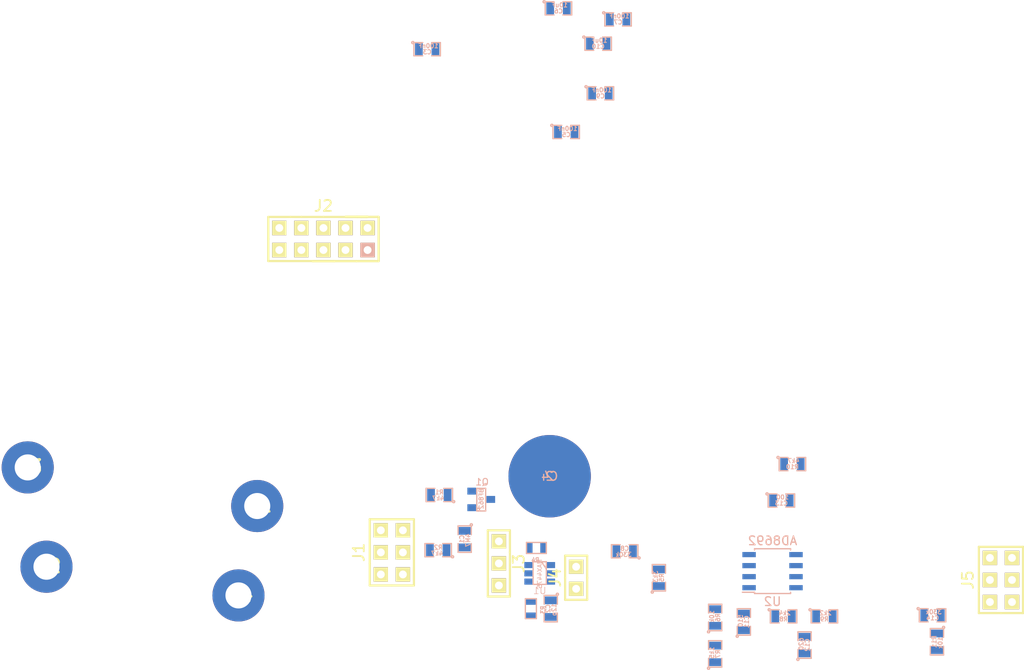
<source format=kicad_pcb>
(kicad_pcb (version 4) (host pcbnew "(2014-08-29 BZR 5106)-product")

  (general
    (links 80)
    (no_connects 80)
    (area 0 0 0 0)
    (thickness 1.6)
    (drawings 0)
    (tracks 0)
    (zones 0)
    (modules 37)
    (nets 19)
  )

  (page A4)
  (layers
    (0 F.Cu signal)
    (31 B.Cu signal)
    (32 B.Adhes user)
    (33 F.Adhes user)
    (34 B.Paste user)
    (35 F.Paste user)
    (36 B.SilkS user)
    (37 F.SilkS user)
    (38 B.Mask user)
    (39 F.Mask user)
    (40 Dwgs.User user)
    (41 Cmts.User user)
    (42 Eco1.User user)
    (43 Eco2.User user)
    (44 Edge.Cuts user)
    (45 Margin user)
    (46 B.CrtYd user)
    (47 F.CrtYd user)
    (48 B.Fab user)
    (49 F.Fab user)
  )

  (setup
    (last_trace_width 0.5)
    (user_trace_width 0.3)
    (user_trace_width 0.4)
    (user_trace_width 0.5)
    (trace_clearance 0.254)
    (zone_clearance 0.508)
    (zone_45_only no)
    (trace_min 0.254)
    (segment_width 0.2)
    (edge_width 0.1)
    (via_size 0.889)
    (via_drill 0.635)
    (via_min_size 0.889)
    (via_min_drill 0.508)
    (uvia_size 0.508)
    (uvia_drill 0.127)
    (uvias_allowed no)
    (uvia_min_size 0.508)
    (uvia_min_drill 0.127)
    (pcb_text_width 0.3)
    (pcb_text_size 1.5 1.5)
    (mod_edge_width 0.15)
    (mod_text_size 1 1)
    (mod_text_width 0.15)
    (pad_size 1.5 1.5)
    (pad_drill 0.6)
    (pad_to_mask_clearance 0)
    (aux_axis_origin 0 0)
    (visible_elements 7FFFFF7F)
    (pcbplotparams
      (layerselection 0x00030_80000001)
      (usegerberextensions false)
      (excludeedgelayer true)
      (linewidth 0.100000)
      (plotframeref false)
      (viasonmask false)
      (mode 1)
      (useauxorigin false)
      (hpglpennumber 1)
      (hpglpenspeed 20)
      (hpglpendiameter 15)
      (hpglpenoverlay 2)
      (psnegative false)
      (psa4output false)
      (plotreference true)
      (plotvalue true)
      (plotinvisibletext false)
      (padsonsilk false)
      (subtractmaskfromsilk false)
      (outputformat 1)
      (mirror false)
      (drillshape 1)
      (scaleselection 1)
      (outputdirectory ""))
  )

  (net 0 "")
  (net 1 "Net-(C1-Pad1)")
  (net 2 "Net-(C1-Pad2)")
  (net 3 "Net-(C2-Pad1)")
  (net 4 GND)
  (net 5 V+)
  (net 6 "Net-(C4-Pad1)")
  (net 7 "Net-(C4-Pad2)")
  (net 8 V-)
  (net 9 "Net-(C8-Pad1)")
  (net 10 "Net-(C11-Pad1)")
  (net 11 "Net-(C11-Pad2)")
  (net 12 "Net-(C12-Pad2)")
  (net 13 "Net-(C13-Pad1)")
  (net 14 "Net-(C13-Pad2)")
  (net 15 "Net-(C14-Pad2)")
  (net 16 "Net-(J3-Pad2)")
  (net 17 /#SHDN)
  (net 18 /+Ubias)

  (net_class Default "Toto je výchozí třída sítě."
    (clearance 0.254)
    (trace_width 0.254)
    (via_dia 0.889)
    (via_drill 0.635)
    (uvia_dia 0.508)
    (uvia_drill 0.127)
    (add_net /#SHDN)
    (add_net /+Ubias)
    (add_net GND)
    (add_net "Net-(C1-Pad1)")
    (add_net "Net-(C1-Pad2)")
    (add_net "Net-(C11-Pad1)")
    (add_net "Net-(C11-Pad2)")
    (add_net "Net-(C12-Pad2)")
    (add_net "Net-(C13-Pad1)")
    (add_net "Net-(C13-Pad2)")
    (add_net "Net-(C14-Pad2)")
    (add_net "Net-(C2-Pad1)")
    (add_net "Net-(C4-Pad1)")
    (add_net "Net-(C4-Pad2)")
    (add_net "Net-(C8-Pad1)")
    (add_net "Net-(J3-Pad2)")
    (add_net V+)
    (add_net V-)
  )

  (module MLAB_R:SMD-0805 (layer B.Cu) (tedit 54799E0C) (tstamp 5482DF81)
    (at 121.666 116.332 270)
    (path /5476354E)
    (attr smd)
    (fp_text reference C1 (at 0 0.3175 270) (layer B.SilkS)
      (effects (font (size 0.50038 0.50038) (thickness 0.10922)) (justify mirror))
    )
    (fp_text value 4M7 (at 0.127 -0.381 270) (layer B.SilkS)
      (effects (font (size 0.50038 0.50038) (thickness 0.10922)) (justify mirror))
    )
    (fp_circle (center -1.651 -0.762) (end -1.651 -0.635) (layer B.SilkS) (width 0.15))
    (fp_line (start -0.508 -0.762) (end -1.524 -0.762) (layer B.SilkS) (width 0.15))
    (fp_line (start -1.524 -0.762) (end -1.524 0.762) (layer B.SilkS) (width 0.15))
    (fp_line (start -1.524 0.762) (end -0.508 0.762) (layer B.SilkS) (width 0.15))
    (fp_line (start 0.508 0.762) (end 1.524 0.762) (layer B.SilkS) (width 0.15))
    (fp_line (start 1.524 0.762) (end 1.524 -0.762) (layer B.SilkS) (width 0.15))
    (fp_line (start 1.524 -0.762) (end 0.508 -0.762) (layer B.SilkS) (width 0.15))
    (pad 1 smd rect (at -0.9525 0 270) (size 0.889 1.397) (layers B.Cu B.Paste B.Mask)
      (net 1 "Net-(C1-Pad1)"))
    (pad 2 smd rect (at 0.9525 0 270) (size 0.889 1.397) (layers B.Cu B.Paste B.Mask)
      (net 2 "Net-(C1-Pad2)"))
    (model MLAB_3D/Resistors/chip_cms.wrl
      (at (xyz 0 0 0))
      (scale (xyz 0.1 0.1 0.1))
      (rotate (xyz 0 0 0))
    )
  )

  (module MLAB_R:SMD-0805 (layer B.Cu) (tedit 54799E0C) (tstamp 5482DF87)
    (at 131.572 124.333 270)
    (path /5476470D)
    (attr smd)
    (fp_text reference C2 (at 0 0.3175 270) (layer B.SilkS)
      (effects (font (size 0.50038 0.50038) (thickness 0.10922)) (justify mirror))
    )
    (fp_text value 12p (at 0.127 -0.381 270) (layer B.SilkS)
      (effects (font (size 0.50038 0.50038) (thickness 0.10922)) (justify mirror))
    )
    (fp_circle (center -1.651 -0.762) (end -1.651 -0.635) (layer B.SilkS) (width 0.15))
    (fp_line (start -0.508 -0.762) (end -1.524 -0.762) (layer B.SilkS) (width 0.15))
    (fp_line (start -1.524 -0.762) (end -1.524 0.762) (layer B.SilkS) (width 0.15))
    (fp_line (start -1.524 0.762) (end -0.508 0.762) (layer B.SilkS) (width 0.15))
    (fp_line (start 0.508 0.762) (end 1.524 0.762) (layer B.SilkS) (width 0.15))
    (fp_line (start 1.524 0.762) (end 1.524 -0.762) (layer B.SilkS) (width 0.15))
    (fp_line (start 1.524 -0.762) (end 0.508 -0.762) (layer B.SilkS) (width 0.15))
    (pad 1 smd rect (at -0.9525 0 270) (size 0.889 1.397) (layers B.Cu B.Paste B.Mask)
      (net 3 "Net-(C2-Pad1)"))
    (pad 2 smd rect (at 0.9525 0 270) (size 0.889 1.397) (layers B.Cu B.Paste B.Mask)
      (net 4 GND))
    (model MLAB_3D/Resistors/chip_cms.wrl
      (at (xyz 0 0 0))
      (scale (xyz 0.1 0.1 0.1))
      (rotate (xyz 0 0 0))
    )
  )

  (module MLAB_R:SMD-0805 (layer B.Cu) (tedit 54799E0C) (tstamp 5482DF8D)
    (at 117.348 59.944)
    (path /5483B92F)
    (attr smd)
    (fp_text reference C3 (at 0 0.3175) (layer B.SilkS)
      (effects (font (size 0.50038 0.50038) (thickness 0.10922)) (justify mirror))
    )
    (fp_text value 100nF (at 0.127 -0.381) (layer B.SilkS)
      (effects (font (size 0.50038 0.50038) (thickness 0.10922)) (justify mirror))
    )
    (fp_circle (center -1.651 -0.762) (end -1.651 -0.635) (layer B.SilkS) (width 0.15))
    (fp_line (start -0.508 -0.762) (end -1.524 -0.762) (layer B.SilkS) (width 0.15))
    (fp_line (start -1.524 -0.762) (end -1.524 0.762) (layer B.SilkS) (width 0.15))
    (fp_line (start -1.524 0.762) (end -0.508 0.762) (layer B.SilkS) (width 0.15))
    (fp_line (start 0.508 0.762) (end 1.524 0.762) (layer B.SilkS) (width 0.15))
    (fp_line (start 1.524 0.762) (end 1.524 -0.762) (layer B.SilkS) (width 0.15))
    (fp_line (start 1.524 -0.762) (end 0.508 -0.762) (layer B.SilkS) (width 0.15))
    (pad 1 smd rect (at -0.9525 0) (size 0.889 1.397) (layers B.Cu B.Paste B.Mask)
      (net 5 V+))
    (pad 2 smd rect (at 0.9525 0) (size 0.889 1.397) (layers B.Cu B.Paste B.Mask)
      (net 4 GND))
    (model MLAB_3D/Resistors/chip_cms.wrl
      (at (xyz 0 0 0))
      (scale (xyz 0.1 0.1 0.1))
      (rotate (xyz 0 0 0))
    )
  )

  (module MLAB_R:SMD-0805 (layer B.Cu) (tedit 54799E0C) (tstamp 5482DF99)
    (at 133.35 69.469)
    (path /5483BA04)
    (attr smd)
    (fp_text reference C5 (at 0 0.3175) (layer B.SilkS)
      (effects (font (size 0.50038 0.50038) (thickness 0.10922)) (justify mirror))
    )
    (fp_text value 100nF (at 0.127 -0.381) (layer B.SilkS)
      (effects (font (size 0.50038 0.50038) (thickness 0.10922)) (justify mirror))
    )
    (fp_circle (center -1.651 -0.762) (end -1.651 -0.635) (layer B.SilkS) (width 0.15))
    (fp_line (start -0.508 -0.762) (end -1.524 -0.762) (layer B.SilkS) (width 0.15))
    (fp_line (start -1.524 -0.762) (end -1.524 0.762) (layer B.SilkS) (width 0.15))
    (fp_line (start -1.524 0.762) (end -0.508 0.762) (layer B.SilkS) (width 0.15))
    (fp_line (start 0.508 0.762) (end 1.524 0.762) (layer B.SilkS) (width 0.15))
    (fp_line (start 1.524 0.762) (end 1.524 -0.762) (layer B.SilkS) (width 0.15))
    (fp_line (start 1.524 -0.762) (end 0.508 -0.762) (layer B.SilkS) (width 0.15))
    (pad 1 smd rect (at -0.9525 0) (size 0.889 1.397) (layers B.Cu B.Paste B.Mask)
      (net 5 V+))
    (pad 2 smd rect (at 0.9525 0) (size 0.889 1.397) (layers B.Cu B.Paste B.Mask)
      (net 4 GND))
    (model MLAB_3D/Resistors/chip_cms.wrl
      (at (xyz 0 0 0))
      (scale (xyz 0.1 0.1 0.1))
      (rotate (xyz 0 0 0))
    )
  )

  (module MLAB_R:SMD-0805 (layer B.Cu) (tedit 54799E0C) (tstamp 5482DF9F)
    (at 132.461 55.245)
    (path /5483BE15)
    (attr smd)
    (fp_text reference C6 (at 0 0.3175) (layer B.SilkS)
      (effects (font (size 0.50038 0.50038) (thickness 0.10922)) (justify mirror))
    )
    (fp_text value 10uF (at 0.127 -0.381) (layer B.SilkS)
      (effects (font (size 0.50038 0.50038) (thickness 0.10922)) (justify mirror))
    )
    (fp_circle (center -1.651 -0.762) (end -1.651 -0.635) (layer B.SilkS) (width 0.15))
    (fp_line (start -0.508 -0.762) (end -1.524 -0.762) (layer B.SilkS) (width 0.15))
    (fp_line (start -1.524 -0.762) (end -1.524 0.762) (layer B.SilkS) (width 0.15))
    (fp_line (start -1.524 0.762) (end -0.508 0.762) (layer B.SilkS) (width 0.15))
    (fp_line (start 0.508 0.762) (end 1.524 0.762) (layer B.SilkS) (width 0.15))
    (fp_line (start 1.524 0.762) (end 1.524 -0.762) (layer B.SilkS) (width 0.15))
    (fp_line (start 1.524 -0.762) (end 0.508 -0.762) (layer B.SilkS) (width 0.15))
    (pad 1 smd rect (at -0.9525 0) (size 0.889 1.397) (layers B.Cu B.Paste B.Mask)
      (net 5 V+))
    (pad 2 smd rect (at 0.9525 0) (size 0.889 1.397) (layers B.Cu B.Paste B.Mask)
      (net 4 GND))
    (model MLAB_3D/Resistors/chip_cms.wrl
      (at (xyz 0 0 0))
      (scale (xyz 0.1 0.1 0.1))
      (rotate (xyz 0 0 0))
    )
  )

  (module MLAB_R:SMD-0805 (layer B.Cu) (tedit 54799E0C) (tstamp 5482DFA5)
    (at 139.319 56.515)
    (path /5483BC77)
    (attr smd)
    (fp_text reference C7 (at 0 0.3175) (layer B.SilkS)
      (effects (font (size 0.50038 0.50038) (thickness 0.10922)) (justify mirror))
    )
    (fp_text value 100nF (at 0.127 -0.381) (layer B.SilkS)
      (effects (font (size 0.50038 0.50038) (thickness 0.10922)) (justify mirror))
    )
    (fp_circle (center -1.651 -0.762) (end -1.651 -0.635) (layer B.SilkS) (width 0.15))
    (fp_line (start -0.508 -0.762) (end -1.524 -0.762) (layer B.SilkS) (width 0.15))
    (fp_line (start -1.524 -0.762) (end -1.524 0.762) (layer B.SilkS) (width 0.15))
    (fp_line (start -1.524 0.762) (end -0.508 0.762) (layer B.SilkS) (width 0.15))
    (fp_line (start 0.508 0.762) (end 1.524 0.762) (layer B.SilkS) (width 0.15))
    (fp_line (start 1.524 0.762) (end 1.524 -0.762) (layer B.SilkS) (width 0.15))
    (fp_line (start 1.524 -0.762) (end 0.508 -0.762) (layer B.SilkS) (width 0.15))
    (pad 1 smd rect (at -0.9525 0) (size 0.889 1.397) (layers B.Cu B.Paste B.Mask)
      (net 8 V-))
    (pad 2 smd rect (at 0.9525 0) (size 0.889 1.397) (layers B.Cu B.Paste B.Mask)
      (net 4 GND))
    (model MLAB_3D/Resistors/chip_cms.wrl
      (at (xyz 0 0 0))
      (scale (xyz 0.1 0.1 0.1))
      (rotate (xyz 0 0 0))
    )
  )

  (module MLAB_R:SMD-0805 (layer B.Cu) (tedit 54799E0C) (tstamp 5482DFAB)
    (at 140.081 117.729 180)
    (path /54763980)
    (attr smd)
    (fp_text reference C8 (at 0 0.3175 180) (layer B.SilkS)
      (effects (font (size 0.50038 0.50038) (thickness 0.10922)) (justify mirror))
    )
    (fp_text value 330k (at 0.127 -0.381 180) (layer B.SilkS)
      (effects (font (size 0.50038 0.50038) (thickness 0.10922)) (justify mirror))
    )
    (fp_circle (center -1.651 -0.762) (end -1.651 -0.635) (layer B.SilkS) (width 0.15))
    (fp_line (start -0.508 -0.762) (end -1.524 -0.762) (layer B.SilkS) (width 0.15))
    (fp_line (start -1.524 -0.762) (end -1.524 0.762) (layer B.SilkS) (width 0.15))
    (fp_line (start -1.524 0.762) (end -0.508 0.762) (layer B.SilkS) (width 0.15))
    (fp_line (start 0.508 0.762) (end 1.524 0.762) (layer B.SilkS) (width 0.15))
    (fp_line (start 1.524 0.762) (end 1.524 -0.762) (layer B.SilkS) (width 0.15))
    (fp_line (start 1.524 -0.762) (end 0.508 -0.762) (layer B.SilkS) (width 0.15))
    (pad 1 smd rect (at -0.9525 0 180) (size 0.889 1.397) (layers B.Cu B.Paste B.Mask)
      (net 9 "Net-(C8-Pad1)"))
    (pad 2 smd rect (at 0.9525 0 180) (size 0.889 1.397) (layers B.Cu B.Paste B.Mask)
      (net 6 "Net-(C4-Pad1)"))
    (model MLAB_3D/Resistors/chip_cms.wrl
      (at (xyz 0 0 0))
      (scale (xyz 0.1 0.1 0.1))
      (rotate (xyz 0 0 0))
    )
  )

  (module MLAB_R:SMD-0805 (layer B.Cu) (tedit 54799E0C) (tstamp 5482DFB1)
    (at 137.287 65.024)
    (path /5483BCB5)
    (attr smd)
    (fp_text reference C9 (at 0 0.3175) (layer B.SilkS)
      (effects (font (size 0.50038 0.50038) (thickness 0.10922)) (justify mirror))
    )
    (fp_text value 100nF (at 0.127 -0.381) (layer B.SilkS)
      (effects (font (size 0.50038 0.50038) (thickness 0.10922)) (justify mirror))
    )
    (fp_circle (center -1.651 -0.762) (end -1.651 -0.635) (layer B.SilkS) (width 0.15))
    (fp_line (start -0.508 -0.762) (end -1.524 -0.762) (layer B.SilkS) (width 0.15))
    (fp_line (start -1.524 -0.762) (end -1.524 0.762) (layer B.SilkS) (width 0.15))
    (fp_line (start -1.524 0.762) (end -0.508 0.762) (layer B.SilkS) (width 0.15))
    (fp_line (start 0.508 0.762) (end 1.524 0.762) (layer B.SilkS) (width 0.15))
    (fp_line (start 1.524 0.762) (end 1.524 -0.762) (layer B.SilkS) (width 0.15))
    (fp_line (start 1.524 -0.762) (end 0.508 -0.762) (layer B.SilkS) (width 0.15))
    (pad 1 smd rect (at -0.9525 0) (size 0.889 1.397) (layers B.Cu B.Paste B.Mask)
      (net 8 V-))
    (pad 2 smd rect (at 0.9525 0) (size 0.889 1.397) (layers B.Cu B.Paste B.Mask)
      (net 4 GND))
    (model MLAB_3D/Resistors/chip_cms.wrl
      (at (xyz 0 0 0))
      (scale (xyz 0.1 0.1 0.1))
      (rotate (xyz 0 0 0))
    )
  )

  (module MLAB_R:SMD-0805 (layer B.Cu) (tedit 54799E0C) (tstamp 5482DFB7)
    (at 137.033 59.309)
    (path /5483BCD5)
    (attr smd)
    (fp_text reference C10 (at 0 0.3175) (layer B.SilkS)
      (effects (font (size 0.50038 0.50038) (thickness 0.10922)) (justify mirror))
    )
    (fp_text value 10uF (at 0.127 -0.381) (layer B.SilkS)
      (effects (font (size 0.50038 0.50038) (thickness 0.10922)) (justify mirror))
    )
    (fp_circle (center -1.651 -0.762) (end -1.651 -0.635) (layer B.SilkS) (width 0.15))
    (fp_line (start -0.508 -0.762) (end -1.524 -0.762) (layer B.SilkS) (width 0.15))
    (fp_line (start -1.524 -0.762) (end -1.524 0.762) (layer B.SilkS) (width 0.15))
    (fp_line (start -1.524 0.762) (end -0.508 0.762) (layer B.SilkS) (width 0.15))
    (fp_line (start 0.508 0.762) (end 1.524 0.762) (layer B.SilkS) (width 0.15))
    (fp_line (start 1.524 0.762) (end 1.524 -0.762) (layer B.SilkS) (width 0.15))
    (fp_line (start 1.524 -0.762) (end 0.508 -0.762) (layer B.SilkS) (width 0.15))
    (pad 1 smd rect (at -0.9525 0) (size 0.889 1.397) (layers B.Cu B.Paste B.Mask)
      (net 8 V-))
    (pad 2 smd rect (at 0.9525 0) (size 0.889 1.397) (layers B.Cu B.Paste B.Mask)
      (net 4 GND))
    (model MLAB_3D/Resistors/chip_cms.wrl
      (at (xyz 0 0 0))
      (scale (xyz 0.1 0.1 0.1))
      (rotate (xyz 0 0 0))
    )
  )

  (module MLAB_R:SMD-0805 (layer B.Cu) (tedit 54799E0C) (tstamp 5482E188)
    (at 153.797 125.857 90)
    (path /54763B36)
    (attr smd)
    (fp_text reference C11 (at 0 0.3175 90) (layer B.SilkS)
      (effects (font (size 0.50038 0.50038) (thickness 0.10922)) (justify mirror))
    )
    (fp_text value 510 (at 0.127 -0.381 90) (layer B.SilkS)
      (effects (font (size 0.50038 0.50038) (thickness 0.10922)) (justify mirror))
    )
    (fp_circle (center -1.651 -0.762) (end -1.651 -0.635) (layer B.SilkS) (width 0.15))
    (fp_line (start -0.508 -0.762) (end -1.524 -0.762) (layer B.SilkS) (width 0.15))
    (fp_line (start -1.524 -0.762) (end -1.524 0.762) (layer B.SilkS) (width 0.15))
    (fp_line (start -1.524 0.762) (end -0.508 0.762) (layer B.SilkS) (width 0.15))
    (fp_line (start 0.508 0.762) (end 1.524 0.762) (layer B.SilkS) (width 0.15))
    (fp_line (start 1.524 0.762) (end 1.524 -0.762) (layer B.SilkS) (width 0.15))
    (fp_line (start 1.524 -0.762) (end 0.508 -0.762) (layer B.SilkS) (width 0.15))
    (pad 1 smd rect (at -0.9525 0 90) (size 0.889 1.397) (layers B.Cu B.Paste B.Mask)
      (net 10 "Net-(C11-Pad1)"))
    (pad 2 smd rect (at 0.9525 0 90) (size 0.889 1.397) (layers B.Cu B.Paste B.Mask)
      (net 11 "Net-(C11-Pad2)"))
    (model MLAB_3D/Resistors/chip_cms.wrl
      (at (xyz 0 0 0))
      (scale (xyz 0.1 0.1 0.1))
      (rotate (xyz 0 0 0))
    )
  )

  (module MLAB_R:SMD-0805 (layer B.Cu) (tedit 54799E0C) (tstamp 5482DFC3)
    (at 160.782 128.524 90)
    (path /54763D3A)
    (attr smd)
    (fp_text reference C12 (at 0 0.3175 90) (layer B.SilkS)
      (effects (font (size 0.50038 0.50038) (thickness 0.10922)) (justify mirror))
    )
    (fp_text value 620 (at 0.127 -0.381 90) (layer B.SilkS)
      (effects (font (size 0.50038 0.50038) (thickness 0.10922)) (justify mirror))
    )
    (fp_circle (center -1.651 -0.762) (end -1.651 -0.635) (layer B.SilkS) (width 0.15))
    (fp_line (start -0.508 -0.762) (end -1.524 -0.762) (layer B.SilkS) (width 0.15))
    (fp_line (start -1.524 -0.762) (end -1.524 0.762) (layer B.SilkS) (width 0.15))
    (fp_line (start -1.524 0.762) (end -0.508 0.762) (layer B.SilkS) (width 0.15))
    (fp_line (start 0.508 0.762) (end 1.524 0.762) (layer B.SilkS) (width 0.15))
    (fp_line (start 1.524 0.762) (end 1.524 -0.762) (layer B.SilkS) (width 0.15))
    (fp_line (start 1.524 -0.762) (end 0.508 -0.762) (layer B.SilkS) (width 0.15))
    (pad 1 smd rect (at -0.9525 0 90) (size 0.889 1.397) (layers B.Cu B.Paste B.Mask)
      (net 4 GND))
    (pad 2 smd rect (at 0.9525 0 90) (size 0.889 1.397) (layers B.Cu B.Paste B.Mask)
      (net 12 "Net-(C12-Pad2)"))
    (model MLAB_3D/Resistors/chip_cms.wrl
      (at (xyz 0 0 0))
      (scale (xyz 0.1 0.1 0.1))
      (rotate (xyz 0 0 0))
    )
  )

  (module MLAB_R:SMD-0805 (layer B.Cu) (tedit 54799E0C) (tstamp 5482DFC9)
    (at 158.115 111.887)
    (path /54763DBA)
    (attr smd)
    (fp_text reference C13 (at 0 0.3175) (layer B.SilkS)
      (effects (font (size 0.50038 0.50038) (thickness 0.10922)) (justify mirror))
    )
    (fp_text value 100 (at 0.127 -0.381) (layer B.SilkS)
      (effects (font (size 0.50038 0.50038) (thickness 0.10922)) (justify mirror))
    )
    (fp_circle (center -1.651 -0.762) (end -1.651 -0.635) (layer B.SilkS) (width 0.15))
    (fp_line (start -0.508 -0.762) (end -1.524 -0.762) (layer B.SilkS) (width 0.15))
    (fp_line (start -1.524 -0.762) (end -1.524 0.762) (layer B.SilkS) (width 0.15))
    (fp_line (start -1.524 0.762) (end -0.508 0.762) (layer B.SilkS) (width 0.15))
    (fp_line (start 0.508 0.762) (end 1.524 0.762) (layer B.SilkS) (width 0.15))
    (fp_line (start 1.524 0.762) (end 1.524 -0.762) (layer B.SilkS) (width 0.15))
    (fp_line (start 1.524 -0.762) (end 0.508 -0.762) (layer B.SilkS) (width 0.15))
    (pad 1 smd rect (at -0.9525 0) (size 0.889 1.397) (layers B.Cu B.Paste B.Mask)
      (net 13 "Net-(C13-Pad1)"))
    (pad 2 smd rect (at 0.9525 0) (size 0.889 1.397) (layers B.Cu B.Paste B.Mask)
      (net 14 "Net-(C13-Pad2)"))
    (model MLAB_3D/Resistors/chip_cms.wrl
      (at (xyz 0 0 0))
      (scale (xyz 0.1 0.1 0.1))
      (rotate (xyz 0 0 0))
    )
  )

  (module MLAB_R:SMD-0805 (layer B.Cu) (tedit 54799E0C) (tstamp 5482DFCF)
    (at 175.514 125.095)
    (path /54766490)
    (attr smd)
    (fp_text reference C14 (at 0 0.3175) (layer B.SilkS)
      (effects (font (size 0.50038 0.50038) (thickness 0.10922)) (justify mirror))
    )
    (fp_text value 330k (at 0.127 -0.381) (layer B.SilkS)
      (effects (font (size 0.50038 0.50038) (thickness 0.10922)) (justify mirror))
    )
    (fp_circle (center -1.651 -0.762) (end -1.651 -0.635) (layer B.SilkS) (width 0.15))
    (fp_line (start -0.508 -0.762) (end -1.524 -0.762) (layer B.SilkS) (width 0.15))
    (fp_line (start -1.524 -0.762) (end -1.524 0.762) (layer B.SilkS) (width 0.15))
    (fp_line (start -1.524 0.762) (end -0.508 0.762) (layer B.SilkS) (width 0.15))
    (fp_line (start 0.508 0.762) (end 1.524 0.762) (layer B.SilkS) (width 0.15))
    (fp_line (start 1.524 0.762) (end 1.524 -0.762) (layer B.SilkS) (width 0.15))
    (fp_line (start 1.524 -0.762) (end 0.508 -0.762) (layer B.SilkS) (width 0.15))
    (pad 1 smd rect (at -0.9525 0) (size 0.889 1.397) (layers B.Cu B.Paste B.Mask)
      (net 14 "Net-(C13-Pad2)"))
    (pad 2 smd rect (at 0.9525 0) (size 0.889 1.397) (layers B.Cu B.Paste B.Mask)
      (net 15 "Net-(C14-Pad2)"))
    (model MLAB_3D/Resistors/chip_cms.wrl
      (at (xyz 0 0 0))
      (scale (xyz 0.1 0.1 0.1))
      (rotate (xyz 0 0 0))
    )
  )

  (module Hrebinky:Pin_Header_Straight_2x03 placed (layer F.Cu) (tedit 5482DC61) (tstamp 5482DFD9)
    (at 113.284 117.856 90)
    (descr "1 pin")
    (tags "CONN DEV")
    (path /54839ABB)
    (fp_text reference J1 (at 0 -3.81 90) (layer F.SilkS)
      (effects (font (size 1.27 1.27) (thickness 0.2032)))
    )
    (fp_text value JUMP_3X2 (at 0 0 90) (layer F.SilkS) hide
      (effects (font (size 1.27 1.27) (thickness 0.2032)))
    )
    (fp_line (start -3.81 2.54) (end 3.81 2.54) (layer F.SilkS) (width 0.254))
    (fp_line (start 3.81 2.54) (end 3.81 -2.54) (layer F.SilkS) (width 0.254))
    (fp_line (start 3.81 -2.54) (end -1.27 -2.54) (layer F.SilkS) (width 0.254))
    (fp_line (start -3.81 2.54) (end -3.81 0) (layer F.SilkS) (width 0.254))
    (fp_line (start -3.81 -2.54) (end -3.81 0) (layer F.SilkS) (width 0.254))
    (fp_line (start -1.27 -2.54) (end -3.81 -2.54) (layer F.SilkS) (width 0.254))
    (pad 1 thru_hole rect (at -2.54 1.27 90) (size 1.651 1.651) (drill 0.9) (layers *.Cu *.Mask F.SilkS)
      (net 4 GND))
    (pad 2 thru_hole rect (at 0 1.27 90) (size 1.651 1.651) (drill 0.9) (layers *.Cu *.Mask F.SilkS)
      (net 18 /+Ubias))
    (pad 3 thru_hole rect (at 2.54 1.27 90) (size 1.651 1.651) (drill 0.9) (layers *.Cu *.Mask F.SilkS)
      (net 4 GND))
    (pad 4 thru_hole rect (at 2.54 -1.27 90) (size 1.651 1.651) (drill 0.9) (layers *.Cu *.Mask F.SilkS)
      (net 4 GND))
    (pad 5 thru_hole rect (at 0 -1.27 90) (size 1.651 1.651) (drill 0.9) (layers *.Cu *.Mask F.SilkS)
      (net 18 /+Ubias))
    (pad 6 thru_hole rect (at -2.54 -1.27 90) (size 1.651 1.651) (drill 0.9) (layers *.Cu *.Mask F.SilkS)
      (net 4 GND))
    (model Pin_Headers/Pin_Header_Straight_2x03.wrl
      (at (xyz 0 0 0))
      (scale (xyz 1 1 1))
      (rotate (xyz 0 0 0))
    )
  )

  (module Hrebinky:Pin_Header_Straight_2x05 placed (layer F.Cu) (tedit 53F5A718) (tstamp 5482DFE7)
    (at 105.41 81.788)
    (descr "1 pin")
    (tags "CONN DEV")
    (path /5476EF1F)
    (fp_text reference J2 (at 0 -3.81) (layer F.SilkS)
      (effects (font (size 1.27 1.27) (thickness 0.2032)))
    )
    (fp_text value JUMP_5X2 (at 1.27 0) (layer F.SilkS) hide
      (effects (font (size 1.27 1.27) (thickness 0.2032)))
    )
    (fp_line (start -3.81 -2.54) (end -2.54 -2.54) (layer F.SilkS) (width 0.254))
    (fp_line (start -6.35 -2.54) (end -3.81 -2.54) (layer F.SilkS) (width 0.254))
    (fp_line (start 6.35 2.54) (end 6.35 -2.54) (layer F.SilkS) (width 0.254))
    (fp_line (start 3.81 -2.54) (end 6.35 -2.54) (layer F.SilkS) (width 0.254))
    (fp_line (start 3.81 2.54) (end 6.35 2.54) (layer F.SilkS) (width 0.254))
    (fp_line (start 3.81 2.54) (end 6.35 2.54) (layer F.SilkS) (width 0.254))
    (fp_line (start 3.81 -2.54) (end 6.35 -2.54) (layer F.SilkS) (width 0.254))
    (fp_line (start 6.35 2.54) (end 6.35 -2.54) (layer F.SilkS) (width 0.254))
    (fp_line (start 2.54 -2.54) (end 5.08 -2.54) (layer F.SilkS) (width 0.254))
    (fp_line (start -1.27 2.54) (end 1.27 2.54) (layer F.SilkS) (width 0.254))
    (fp_line (start -1.27 2.54) (end 1.27 2.54) (layer F.SilkS) (width 0.254))
    (fp_line (start 2.54 -2.54) (end 5.08 -2.54) (layer F.SilkS) (width 0.254))
    (fp_line (start 2.54 -2.54) (end 5.08 -2.54) (layer F.SilkS) (width 0.254))
    (fp_line (start 1.27 2.54) (end 3.81 2.54) (layer F.SilkS) (width 0.254))
    (fp_line (start 1.27 2.54) (end 3.81 2.54) (layer F.SilkS) (width 0.254))
    (fp_line (start 2.54 -2.54) (end 5.08 -2.54) (layer F.SilkS) (width 0.254))
    (fp_line (start -6.35 2.54) (end 1.27 2.54) (layer F.SilkS) (width 0.254))
    (fp_line (start 5.08 -2.54) (end 0 -2.54) (layer F.SilkS) (width 0.254))
    (fp_line (start -6.35 2.54) (end -6.35 0) (layer F.SilkS) (width 0.254))
    (fp_line (start -6.35 -2.54) (end -6.35 0) (layer F.SilkS) (width 0.254))
    (fp_line (start 0 -2.54) (end -2.54 -2.54) (layer F.SilkS) (width 0.254))
    (pad 9 thru_hole rect (at -2.54 -1.27) (size 1.651 1.651) (drill 0.9) (layers *.Cu *.Mask F.SilkS)
      (net 8 V-))
    (pad 5 thru_hole rect (at 5.08 1.27) (size 1.651 1.651) (drill 0.9) (layers *.Cu *.SilkS *.Mask)
      (net 4 GND))
    (pad 3 thru_hole rect (at 0 1.27) (size 1.651 1.651) (drill 0.9) (layers *.Cu *.Mask F.SilkS)
      (net 5 V+))
    (pad 6 thru_hole rect (at 5.08 -1.27) (size 1.651 1.651) (drill 0.9) (layers *.Cu *.Mask F.SilkS)
      (net 4 GND))
    (pad 1 thru_hole rect (at -5.08 1.27) (size 1.651 1.651) (drill 0.9) (layers *.Cu *.Mask F.SilkS)
      (net 4 GND))
    (pad 2 thru_hole rect (at -2.54 1.27) (size 1.651 1.651) (drill 0.9) (layers *.Cu *.Mask F.SilkS)
      (net 8 V-))
    (pad 4 thru_hole rect (at 2.54 1.27) (size 1.651 1.651) (drill 0.9) (layers *.Cu *.Mask F.SilkS)
      (net 8 V-))
    (pad 10 thru_hole rect (at -5.08 -1.27) (size 1.651 1.651) (drill 0.9) (layers *.Cu *.Mask F.SilkS)
      (net 4 GND))
    (pad 7 thru_hole rect (at 2.54 -1.27) (size 1.651 1.651) (drill 0.9) (layers *.Cu *.Mask F.SilkS)
      (net 8 V-))
    (pad 8 thru_hole rect (at 0 -1.27) (size 1.651 1.651) (drill 0.9) (layers *.Cu *.Mask F.SilkS)
      (net 5 V+))
    (model Pin_Headers/Pin_Header_Straight_2x03.wrl
      (at (xyz 0 0 0))
      (scale (xyz 1 1 1))
      (rotate (xyz 0 0 0))
    )
    (model Pin_Headers/Pin_Header_Straight_2x05.wrl
      (at (xyz 0 0 0))
      (scale (xyz 1 1 1))
      (rotate (xyz 0 0 0))
    )
  )

  (module Hrebinky:Pin_Header_Straight_1x03 (layer F.Cu) (tedit 5482DC60) (tstamp 5482DFEE)
    (at 125.603 119.126 270)
    (descr "1 pin")
    (tags "CONN DEV")
    (path /54839638)
    (fp_text reference J3 (at 0 -2.286 270) (layer F.SilkS)
      (effects (font (size 1.27 1.27) (thickness 0.2032)))
    )
    (fp_text value CONN_3 (at 0 0 270) (layer F.SilkS) hide
      (effects (font (size 1.27 1.27) (thickness 0.2032)))
    )
    (fp_line (start -1.27 1.27) (end 3.81 1.27) (layer F.SilkS) (width 0.254))
    (fp_line (start 3.81 1.27) (end 3.81 -1.27) (layer F.SilkS) (width 0.254))
    (fp_line (start 3.81 -1.27) (end -1.27 -1.27) (layer F.SilkS) (width 0.254))
    (fp_line (start -3.81 -1.27) (end -1.27 -1.27) (layer F.SilkS) (width 0.254))
    (fp_line (start -3.81 -1.27) (end -3.81 1.27) (layer F.SilkS) (width 0.254))
    (fp_line (start -3.81 1.27) (end -1.27 1.27) (layer F.SilkS) (width 0.254))
    (pad 1 thru_hole rect (at -2.54 0 270) (size 1.651 1.651) (drill 0.9) (layers *.Cu *.Mask F.SilkS)
      (net 2 "Net-(C1-Pad2)"))
    (pad 2 thru_hole rect (at 0 0 270) (size 1.651 1.651) (drill 0.9) (layers *.Cu *.Mask F.SilkS)
      (net 16 "Net-(J3-Pad2)"))
    (pad 3 thru_hole rect (at 2.54 0 270) (size 1.651 1.651) (drill 0.9) (layers *.Cu *.Mask F.SilkS)
      (net 7 "Net-(C4-Pad2)"))
    (model Pin_Headers/Pin_Header_Straight_1x03.wrl
      (at (xyz 0 0 0))
      (scale (xyz 1 1 1))
      (rotate (xyz 0 0 0))
    )
  )

  (module Hrebinky:Pin_Header_Straight_1x02 (layer F.Cu) (tedit 5469CB53) (tstamp 5482DFF4)
    (at 134.366 120.777 90)
    (descr "1 pin")
    (tags "CONN DEV")
    (path /5483AD5F)
    (fp_text reference J4 (at 0 -2.286 90) (layer F.SilkS)
      (effects (font (size 1.27 1.27) (thickness 0.2032)))
    )
    (fp_text value CONN1_2 (at 0 0 90) (layer F.SilkS) hide
      (effects (font (size 1.27 1.27) (thickness 0.2032)))
    )
    (fp_line (start -2.54 -1.143) (end 0 -1.143) (layer F.SilkS) (width 0.254))
    (fp_line (start 0 1.397) (end 2.54 1.397) (layer F.SilkS) (width 0.254))
    (fp_line (start 2.54 1.397) (end 2.54 -1.143) (layer F.SilkS) (width 0.254))
    (fp_line (start 0 -1.143) (end 2.54 -1.143) (layer F.SilkS) (width 0.254))
    (fp_line (start -2.54 -1.143) (end -2.54 1.397) (layer F.SilkS) (width 0.254))
    (fp_line (start -2.54 1.397) (end 0 1.397) (layer F.SilkS) (width 0.254))
    (pad 1 thru_hole rect (at -1.27 0.127 90) (size 1.651 1.651) (drill 0.9) (layers *.Cu *.Mask F.SilkS)
      (net 17 /#SHDN))
    (pad 2 thru_hole rect (at 1.27 0.127 90) (size 1.651 1.651) (drill 0.9) (layers *.Cu *.Mask F.SilkS)
      (net 5 V+))
    (model Pin_Headers/Pin_Header_Straight_1x02.wrl
      (at (xyz 0 0 0))
      (scale (xyz 1 1 1))
      (rotate (xyz 0 0 0))
    )
  )

  (module Hrebinky:Pin_Header_Straight_2x03 placed (layer F.Cu) (tedit 5482DC61) (tstamp 5482DFFE)
    (at 183.388 121.031 90)
    (descr "1 pin")
    (tags "CONN DEV")
    (path /54839C4F)
    (fp_text reference J5 (at 0 -3.81 90) (layer F.SilkS)
      (effects (font (size 1.27 1.27) (thickness 0.2032)))
    )
    (fp_text value Out (at 0 0 90) (layer F.SilkS) hide
      (effects (font (size 1.27 1.27) (thickness 0.2032)))
    )
    (fp_line (start -3.81 2.54) (end 3.81 2.54) (layer F.SilkS) (width 0.254))
    (fp_line (start 3.81 2.54) (end 3.81 -2.54) (layer F.SilkS) (width 0.254))
    (fp_line (start 3.81 -2.54) (end -1.27 -2.54) (layer F.SilkS) (width 0.254))
    (fp_line (start -3.81 2.54) (end -3.81 0) (layer F.SilkS) (width 0.254))
    (fp_line (start -3.81 -2.54) (end -3.81 0) (layer F.SilkS) (width 0.254))
    (fp_line (start -1.27 -2.54) (end -3.81 -2.54) (layer F.SilkS) (width 0.254))
    (pad 1 thru_hole rect (at -2.54 1.27 90) (size 1.651 1.651) (drill 0.9) (layers *.Cu *.Mask F.SilkS)
      (net 4 GND))
    (pad 2 thru_hole rect (at 0 1.27 90) (size 1.651 1.651) (drill 0.9) (layers *.Cu *.Mask F.SilkS)
      (net 15 "Net-(C14-Pad2)"))
    (pad 3 thru_hole rect (at 2.54 1.27 90) (size 1.651 1.651) (drill 0.9) (layers *.Cu *.Mask F.SilkS)
      (net 4 GND))
    (pad 4 thru_hole rect (at 2.54 -1.27 90) (size 1.651 1.651) (drill 0.9) (layers *.Cu *.Mask F.SilkS)
      (net 4 GND))
    (pad 5 thru_hole rect (at 0 -1.27 90) (size 1.651 1.651) (drill 0.9) (layers *.Cu *.Mask F.SilkS)
      (net 15 "Net-(C14-Pad2)"))
    (pad 6 thru_hole rect (at -2.54 -1.27 90) (size 1.651 1.651) (drill 0.9) (layers *.Cu *.Mask F.SilkS)
      (net 4 GND))
    (model Pin_Headers/Pin_Header_Straight_2x03.wrl
      (at (xyz 0 0 0))
      (scale (xyz 1 1 1))
      (rotate (xyz 0 0 0))
    )
  )

  (module Dira:MountingHole_3mm placed (layer F.Cu) (tedit 54345FDC) (tstamp 5482E003)
    (at 97.79 112.522)
    (descr "Mounting hole, Befestigungsbohrung, 3mm, No Annular, Kein Restring,")
    (tags "Mounting hole, Befestigungsbohrung, 3mm, No Annular, Kein Restring,")
    (path /5476FB64)
    (fp_text reference P1 (at 0.1778 -0.0762) (layer F.SilkS)
      (effects (font (thickness 0.3048)))
    )
    (fp_text value _ (at 1.00076 5.00126) (layer F.SilkS) hide
      (effects (font (thickness 0.3048)))
    )
    (fp_circle (center 0 0) (end 2.99974 0) (layer Cmts.User) (width 0.381))
    (pad 1 thru_hole circle (at 0 0) (size 6 6) (drill 3) (layers *.Cu *.Adhes *.Mask)
      (net 4 GND) (clearance 1) (zone_connect 2))
  )

  (module Dira:MountingHole_3mm placed (layer F.Cu) (tedit 54345FDC) (tstamp 5482E008)
    (at 73.533 119.507)
    (descr "Mounting hole, Befestigungsbohrung, 3mm, No Annular, Kein Restring,")
    (tags "Mounting hole, Befestigungsbohrung, 3mm, No Annular, Kein Restring,")
    (path /5476FD65)
    (fp_text reference P2 (at 0.1778 -0.0762) (layer F.SilkS)
      (effects (font (thickness 0.3048)))
    )
    (fp_text value _ (at 1.00076 5.00126) (layer F.SilkS) hide
      (effects (font (thickness 0.3048)))
    )
    (fp_circle (center 0 0) (end 2.99974 0) (layer Cmts.User) (width 0.381))
    (pad 1 thru_hole circle (at 0 0) (size 6 6) (drill 3) (layers *.Cu *.Adhes *.Mask)
      (net 4 GND) (clearance 1) (zone_connect 2))
  )

  (module Dira:MountingHole_3mm placed (layer F.Cu) (tedit 54345FDC) (tstamp 5482E00D)
    (at 71.374 108.077)
    (descr "Mounting hole, Befestigungsbohrung, 3mm, No Annular, Kein Restring,")
    (tags "Mounting hole, Befestigungsbohrung, 3mm, No Annular, Kein Restring,")
    (path /5476FD9A)
    (fp_text reference P3 (at 0.1778 -0.0762) (layer F.SilkS)
      (effects (font (thickness 0.3048)))
    )
    (fp_text value _ (at 1.00076 5.00126) (layer F.SilkS) hide
      (effects (font (thickness 0.3048)))
    )
    (fp_circle (center 0 0) (end 2.99974 0) (layer Cmts.User) (width 0.381))
    (pad 1 thru_hole circle (at 0 0) (size 6 6) (drill 3) (layers *.Cu *.Adhes *.Mask)
      (net 4 GND) (clearance 1) (zone_connect 2))
  )

  (module Dira:MountingHole_3mm placed (layer F.Cu) (tedit 54345FDC) (tstamp 5482E012)
    (at 95.631 122.809)
    (descr "Mounting hole, Befestigungsbohrung, 3mm, No Annular, Kein Restring,")
    (tags "Mounting hole, Befestigungsbohrung, 3mm, No Annular, Kein Restring,")
    (path /5476FDEC)
    (fp_text reference P4 (at 0.1778 -0.0762) (layer F.SilkS)
      (effects (font (thickness 0.3048)))
    )
    (fp_text value _ (at 1.00076 5.00126) (layer F.SilkS) hide
      (effects (font (thickness 0.3048)))
    )
    (fp_circle (center 0 0) (end 2.99974 0) (layer Cmts.User) (width 0.381))
    (pad 1 thru_hole circle (at 0 0) (size 6 6) (drill 3) (layers *.Cu *.Adhes *.Mask)
      (net 4 GND) (clearance 1) (zone_connect 2))
  )

  (module MLAB_R:SMD-0805 (layer B.Cu) (tedit 54799E0C) (tstamp 5482E01F)
    (at 118.745 111.252 180)
    (path /547633B6)
    (attr smd)
    (fp_text reference R1 (at 0 0.3175 180) (layer B.SilkS)
      (effects (font (size 0.50038 0.50038) (thickness 0.10922)) (justify mirror))
    )
    (fp_text value 4k7 (at 0.127 -0.381 180) (layer B.SilkS)
      (effects (font (size 0.50038 0.50038) (thickness 0.10922)) (justify mirror))
    )
    (fp_circle (center -1.651 -0.762) (end -1.651 -0.635) (layer B.SilkS) (width 0.15))
    (fp_line (start -0.508 -0.762) (end -1.524 -0.762) (layer B.SilkS) (width 0.15))
    (fp_line (start -1.524 -0.762) (end -1.524 0.762) (layer B.SilkS) (width 0.15))
    (fp_line (start -1.524 0.762) (end -0.508 0.762) (layer B.SilkS) (width 0.15))
    (fp_line (start 0.508 0.762) (end 1.524 0.762) (layer B.SilkS) (width 0.15))
    (fp_line (start 1.524 0.762) (end 1.524 -0.762) (layer B.SilkS) (width 0.15))
    (fp_line (start 1.524 -0.762) (end 0.508 -0.762) (layer B.SilkS) (width 0.15))
    (pad 1 smd rect (at -0.9525 0 180) (size 0.889 1.397) (layers B.Cu B.Paste B.Mask)
      (net 1 "Net-(C1-Pad1)"))
    (pad 2 smd rect (at 0.9525 0 180) (size 0.889 1.397) (layers B.Cu B.Paste B.Mask)
      (net 8 V-))
    (model MLAB_3D/Resistors/chip_cms.wrl
      (at (xyz 0 0 0))
      (scale (xyz 0.1 0.1 0.1))
      (rotate (xyz 0 0 0))
    )
  )

  (module MLAB_R:SMD-0805 (layer B.Cu) (tedit 54799E0C) (tstamp 5482E025)
    (at 118.618 117.602 180)
    (path /547634EB)
    (attr smd)
    (fp_text reference R2 (at 0 0.3175 180) (layer B.SilkS)
      (effects (font (size 0.50038 0.50038) (thickness 0.10922)) (justify mirror))
    )
    (fp_text value 4k7 (at 0.127 -0.381 180) (layer B.SilkS)
      (effects (font (size 0.50038 0.50038) (thickness 0.10922)) (justify mirror))
    )
    (fp_circle (center -1.651 -0.762) (end -1.651 -0.635) (layer B.SilkS) (width 0.15))
    (fp_line (start -0.508 -0.762) (end -1.524 -0.762) (layer B.SilkS) (width 0.15))
    (fp_line (start -1.524 -0.762) (end -1.524 0.762) (layer B.SilkS) (width 0.15))
    (fp_line (start -1.524 0.762) (end -0.508 0.762) (layer B.SilkS) (width 0.15))
    (fp_line (start 0.508 0.762) (end 1.524 0.762) (layer B.SilkS) (width 0.15))
    (fp_line (start 1.524 0.762) (end 1.524 -0.762) (layer B.SilkS) (width 0.15))
    (fp_line (start 1.524 -0.762) (end 0.508 -0.762) (layer B.SilkS) (width 0.15))
    (pad 1 smd rect (at -0.9525 0 180) (size 0.889 1.397) (layers B.Cu B.Paste B.Mask)
      (net 2 "Net-(C1-Pad2)"))
    (pad 2 smd rect (at 0.9525 0 180) (size 0.889 1.397) (layers B.Cu B.Paste B.Mask)
      (net 18 /+Ubias))
    (model MLAB_3D/Resistors/chip_cms.wrl
      (at (xyz 0 0 0))
      (scale (xyz 0.1 0.1 0.1))
      (rotate (xyz 0 0 0))
    )
  )

  (module MLAB_R:SMD-0805 (layer B.Cu) (tedit 54799E0C) (tstamp 5482E037)
    (at 144.018 120.777 90)
    (path /54763A05)
    (attr smd)
    (fp_text reference R5 (at 0 0.3175 90) (layer B.SilkS)
      (effects (font (size 0.50038 0.50038) (thickness 0.10922)) (justify mirror))
    )
    (fp_text value 3k3 (at 0.127 -0.381 90) (layer B.SilkS)
      (effects (font (size 0.50038 0.50038) (thickness 0.10922)) (justify mirror))
    )
    (fp_circle (center -1.651 -0.762) (end -1.651 -0.635) (layer B.SilkS) (width 0.15))
    (fp_line (start -0.508 -0.762) (end -1.524 -0.762) (layer B.SilkS) (width 0.15))
    (fp_line (start -1.524 -0.762) (end -1.524 0.762) (layer B.SilkS) (width 0.15))
    (fp_line (start -1.524 0.762) (end -0.508 0.762) (layer B.SilkS) (width 0.15))
    (fp_line (start 0.508 0.762) (end 1.524 0.762) (layer B.SilkS) (width 0.15))
    (fp_line (start 1.524 0.762) (end 1.524 -0.762) (layer B.SilkS) (width 0.15))
    (fp_line (start 1.524 -0.762) (end 0.508 -0.762) (layer B.SilkS) (width 0.15))
    (pad 1 smd rect (at -0.9525 0 90) (size 0.889 1.397) (layers B.Cu B.Paste B.Mask)
      (net 4 GND))
    (pad 2 smd rect (at 0.9525 0 90) (size 0.889 1.397) (layers B.Cu B.Paste B.Mask)
      (net 9 "Net-(C8-Pad1)"))
    (model MLAB_3D/Resistors/chip_cms.wrl
      (at (xyz 0 0 0))
      (scale (xyz 0.1 0.1 0.1))
      (rotate (xyz 0 0 0))
    )
  )

  (module MLAB_R:SMD-0805 (layer B.Cu) (tedit 54799E0C) (tstamp 5482E03D)
    (at 150.495 125.349 90)
    (path /54763AA3)
    (attr smd)
    (fp_text reference R6 (at 0 0.3175 90) (layer B.SilkS)
      (effects (font (size 0.50038 0.50038) (thickness 0.10922)) (justify mirror))
    )
    (fp_text value 10k (at 0.127 -0.381 90) (layer B.SilkS)
      (effects (font (size 0.50038 0.50038) (thickness 0.10922)) (justify mirror))
    )
    (fp_circle (center -1.651 -0.762) (end -1.651 -0.635) (layer B.SilkS) (width 0.15))
    (fp_line (start -0.508 -0.762) (end -1.524 -0.762) (layer B.SilkS) (width 0.15))
    (fp_line (start -1.524 -0.762) (end -1.524 0.762) (layer B.SilkS) (width 0.15))
    (fp_line (start -1.524 0.762) (end -0.508 0.762) (layer B.SilkS) (width 0.15))
    (fp_line (start 0.508 0.762) (end 1.524 0.762) (layer B.SilkS) (width 0.15))
    (fp_line (start 1.524 0.762) (end 1.524 -0.762) (layer B.SilkS) (width 0.15))
    (fp_line (start 1.524 -0.762) (end 0.508 -0.762) (layer B.SilkS) (width 0.15))
    (pad 1 smd rect (at -0.9525 0 90) (size 0.889 1.397) (layers B.Cu B.Paste B.Mask)
      (net 10 "Net-(C11-Pad1)"))
    (pad 2 smd rect (at 0.9525 0 90) (size 0.889 1.397) (layers B.Cu B.Paste B.Mask)
      (net 11 "Net-(C11-Pad2)"))
    (model MLAB_3D/Resistors/chip_cms.wrl
      (at (xyz 0 0 0))
      (scale (xyz 0.1 0.1 0.1))
      (rotate (xyz 0 0 0))
    )
  )

  (module MLAB_R:SMD-0805 (layer B.Cu) (tedit 54799E0C) (tstamp 5482E043)
    (at 150.495 129.54 90)
    (path /54763AF2)
    (attr smd)
    (fp_text reference R7 (at 0 0.3175 90) (layer B.SilkS)
      (effects (font (size 0.50038 0.50038) (thickness 0.10922)) (justify mirror))
    )
    (fp_text value 1k5 (at 0.127 -0.381 90) (layer B.SilkS)
      (effects (font (size 0.50038 0.50038) (thickness 0.10922)) (justify mirror))
    )
    (fp_circle (center -1.651 -0.762) (end -1.651 -0.635) (layer B.SilkS) (width 0.15))
    (fp_line (start -0.508 -0.762) (end -1.524 -0.762) (layer B.SilkS) (width 0.15))
    (fp_line (start -1.524 -0.762) (end -1.524 0.762) (layer B.SilkS) (width 0.15))
    (fp_line (start -1.524 0.762) (end -0.508 0.762) (layer B.SilkS) (width 0.15))
    (fp_line (start 0.508 0.762) (end 1.524 0.762) (layer B.SilkS) (width 0.15))
    (fp_line (start 1.524 0.762) (end 1.524 -0.762) (layer B.SilkS) (width 0.15))
    (fp_line (start 1.524 -0.762) (end 0.508 -0.762) (layer B.SilkS) (width 0.15))
    (pad 1 smd rect (at -0.9525 0 90) (size 0.889 1.397) (layers B.Cu B.Paste B.Mask)
      (net 4 GND))
    (pad 2 smd rect (at 0.9525 0 90) (size 0.889 1.397) (layers B.Cu B.Paste B.Mask)
      (net 10 "Net-(C11-Pad1)"))
    (model MLAB_3D/Resistors/chip_cms.wrl
      (at (xyz 0 0 0))
      (scale (xyz 0.1 0.1 0.1))
      (rotate (xyz 0 0 0))
    )
  )

  (module MLAB_R:SMD-0805 (layer B.Cu) (tedit 54799E0C) (tstamp 5482E049)
    (at 158.369 125.222)
    (path /54763C78)
    (attr smd)
    (fp_text reference R8 (at 0 0.3175) (layer B.SilkS)
      (effects (font (size 0.50038 0.50038) (thickness 0.10922)) (justify mirror))
    )
    (fp_text value 2k4 (at 0.127 -0.381) (layer B.SilkS)
      (effects (font (size 0.50038 0.50038) (thickness 0.10922)) (justify mirror))
    )
    (fp_circle (center -1.651 -0.762) (end -1.651 -0.635) (layer B.SilkS) (width 0.15))
    (fp_line (start -0.508 -0.762) (end -1.524 -0.762) (layer B.SilkS) (width 0.15))
    (fp_line (start -1.524 -0.762) (end -1.524 0.762) (layer B.SilkS) (width 0.15))
    (fp_line (start -1.524 0.762) (end -0.508 0.762) (layer B.SilkS) (width 0.15))
    (fp_line (start 0.508 0.762) (end 1.524 0.762) (layer B.SilkS) (width 0.15))
    (fp_line (start 1.524 0.762) (end 1.524 -0.762) (layer B.SilkS) (width 0.15))
    (fp_line (start 1.524 -0.762) (end 0.508 -0.762) (layer B.SilkS) (width 0.15))
    (pad 1 smd rect (at -0.9525 0) (size 0.889 1.397) (layers B.Cu B.Paste B.Mask)
      (net 11 "Net-(C11-Pad2)"))
    (pad 2 smd rect (at 0.9525 0) (size 0.889 1.397) (layers B.Cu B.Paste B.Mask)
      (net 12 "Net-(C12-Pad2)"))
    (model MLAB_3D/Resistors/chip_cms.wrl
      (at (xyz 0 0 0))
      (scale (xyz 0.1 0.1 0.1))
      (rotate (xyz 0 0 0))
    )
  )

  (module MLAB_R:SMD-0805 (layer B.Cu) (tedit 54799E0C) (tstamp 5482E04F)
    (at 163.068 125.222)
    (path /54763CCA)
    (attr smd)
    (fp_text reference R9 (at 0 0.3175) (layer B.SilkS)
      (effects (font (size 0.50038 0.50038) (thickness 0.10922)) (justify mirror))
    )
    (fp_text value 2k2 (at 0.127 -0.381) (layer B.SilkS)
      (effects (font (size 0.50038 0.50038) (thickness 0.10922)) (justify mirror))
    )
    (fp_circle (center -1.651 -0.762) (end -1.651 -0.635) (layer B.SilkS) (width 0.15))
    (fp_line (start -0.508 -0.762) (end -1.524 -0.762) (layer B.SilkS) (width 0.15))
    (fp_line (start -1.524 -0.762) (end -1.524 0.762) (layer B.SilkS) (width 0.15))
    (fp_line (start -1.524 0.762) (end -0.508 0.762) (layer B.SilkS) (width 0.15))
    (fp_line (start 0.508 0.762) (end 1.524 0.762) (layer B.SilkS) (width 0.15))
    (fp_line (start 1.524 0.762) (end 1.524 -0.762) (layer B.SilkS) (width 0.15))
    (fp_line (start 1.524 -0.762) (end 0.508 -0.762) (layer B.SilkS) (width 0.15))
    (pad 1 smd rect (at -0.9525 0) (size 0.889 1.397) (layers B.Cu B.Paste B.Mask)
      (net 12 "Net-(C12-Pad2)"))
    (pad 2 smd rect (at 0.9525 0) (size 0.889 1.397) (layers B.Cu B.Paste B.Mask)
      (net 13 "Net-(C13-Pad1)"))
    (model MLAB_3D/Resistors/chip_cms.wrl
      (at (xyz 0 0 0))
      (scale (xyz 0.1 0.1 0.1))
      (rotate (xyz 0 0 0))
    )
  )

  (module MLAB_R:SMD-0805 (layer B.Cu) (tedit 54799E0C) (tstamp 5482E055)
    (at 159.385 107.696)
    (path /54763E8E)
    (attr smd)
    (fp_text reference R10 (at 0 0.3175) (layer B.SilkS)
      (effects (font (size 0.50038 0.50038) (thickness 0.10922)) (justify mirror))
    )
    (fp_text value 4k7 (at 0.127 -0.381) (layer B.SilkS)
      (effects (font (size 0.50038 0.50038) (thickness 0.10922)) (justify mirror))
    )
    (fp_circle (center -1.651 -0.762) (end -1.651 -0.635) (layer B.SilkS) (width 0.15))
    (fp_line (start -0.508 -0.762) (end -1.524 -0.762) (layer B.SilkS) (width 0.15))
    (fp_line (start -1.524 -0.762) (end -1.524 0.762) (layer B.SilkS) (width 0.15))
    (fp_line (start -1.524 0.762) (end -0.508 0.762) (layer B.SilkS) (width 0.15))
    (fp_line (start 0.508 0.762) (end 1.524 0.762) (layer B.SilkS) (width 0.15))
    (fp_line (start 1.524 0.762) (end 1.524 -0.762) (layer B.SilkS) (width 0.15))
    (fp_line (start 1.524 -0.762) (end 0.508 -0.762) (layer B.SilkS) (width 0.15))
    (pad 1 smd rect (at -0.9525 0) (size 0.889 1.397) (layers B.Cu B.Paste B.Mask)
      (net 12 "Net-(C12-Pad2)"))
    (pad 2 smd rect (at 0.9525 0) (size 0.889 1.397) (layers B.Cu B.Paste B.Mask)
      (net 14 "Net-(C13-Pad2)"))
    (model MLAB_3D/Resistors/chip_cms.wrl
      (at (xyz 0 0 0))
      (scale (xyz 0.1 0.1 0.1))
      (rotate (xyz 0 0 0))
    )
  )

  (module MLAB_R:SMD-0805 (layer B.Cu) (tedit 54799E0C) (tstamp 5482E05B)
    (at 176.022 128.143 270)
    (path /547664D3)
    (attr smd)
    (fp_text reference R11 (at 0 0.3175 270) (layer B.SilkS)
      (effects (font (size 0.50038 0.50038) (thickness 0.10922)) (justify mirror))
    )
    (fp_text value 10k (at 0.127 -0.381 270) (layer B.SilkS)
      (effects (font (size 0.50038 0.50038) (thickness 0.10922)) (justify mirror))
    )
    (fp_circle (center -1.651 -0.762) (end -1.651 -0.635) (layer B.SilkS) (width 0.15))
    (fp_line (start -0.508 -0.762) (end -1.524 -0.762) (layer B.SilkS) (width 0.15))
    (fp_line (start -1.524 -0.762) (end -1.524 0.762) (layer B.SilkS) (width 0.15))
    (fp_line (start -1.524 0.762) (end -0.508 0.762) (layer B.SilkS) (width 0.15))
    (fp_line (start 0.508 0.762) (end 1.524 0.762) (layer B.SilkS) (width 0.15))
    (fp_line (start 1.524 0.762) (end 1.524 -0.762) (layer B.SilkS) (width 0.15))
    (fp_line (start 1.524 -0.762) (end 0.508 -0.762) (layer B.SilkS) (width 0.15))
    (pad 1 smd rect (at -0.9525 0 270) (size 0.889 1.397) (layers B.Cu B.Paste B.Mask)
      (net 15 "Net-(C14-Pad2)"))
    (pad 2 smd rect (at 0.9525 0 270) (size 0.889 1.397) (layers B.Cu B.Paste B.Mask)
      (net 4 GND))
    (model MLAB_3D/Resistors/chip_cms.wrl
      (at (xyz 0 0 0))
      (scale (xyz 0.1 0.1 0.1))
      (rotate (xyz 0 0 0))
    )
  )

  (module MLAB_C:C2pF (layer B.Cu) (tedit 54834E51) (tstamp 54834FAD)
    (at 131.445 109.093)
    (path /547638F8)
    (fp_text reference C4 (at 0 0) (layer B.SilkS)
      (effects (font (size 1 1) (thickness 0.15)) (justify mirror))
    )
    (fp_text value 2 (at 0 0) (layer B.SilkS)
      (effects (font (size 1 1) (thickness 0.15)) (justify mirror))
    )
    (pad 1 smd circle (at 0 0) (size 9.480265 9.480265) (layers B.Cu B.Paste B.Mask)
      (net 6 "Net-(C4-Pad1)"))
    (pad 2 smd circle (at 0 0) (size 9.480265 9.480265) (layers F.Cu B.Paste B.Mask)
      (net 7 "Net-(C4-Pad2)"))
  )

  (module MLAB_R:SMD-0603 (layer B.Cu) (tedit 54799576) (tstamp 54834FB2)
    (at 129.286 124.333 90)
    (path /5476469E)
    (attr smd)
    (fp_text reference R3 (at -0.127 1.397 90) (layer B.SilkS)
      (effects (font (size 0.508 0.4572) (thickness 0.1143)) (justify mirror))
    )
    (fp_text value 2M (at 0 -1.524 90) (layer B.SilkS) hide
      (effects (font (size 0.508 0.4572) (thickness 0.1143)) (justify mirror))
    )
    (fp_line (start -1.143 0.635) (end 1.143 0.635) (layer B.SilkS) (width 0.15))
    (fp_line (start 1.143 0.635) (end 1.143 -0.635) (layer B.SilkS) (width 0.15))
    (fp_line (start 1.143 -0.635) (end -1.143 -0.635) (layer B.SilkS) (width 0.15))
    (fp_line (start -1.143 -0.635) (end -1.143 0.635) (layer B.SilkS) (width 0.15))
    (pad 1 smd rect (at -0.762 0 90) (size 0.635 1.143) (layers B.Cu B.Paste B.Mask)
      (net 4 GND))
    (pad 2 smd rect (at 0.762 0 90) (size 0.635 1.143) (layers B.Cu B.Paste B.Mask)
      (net 3 "Net-(C2-Pad1)"))
    (model MLAB_3D/Resistors/r_0603.wrl
      (at (xyz 0 0 0.001))
      (scale (xyz 0.5 0.5 0.5))
      (rotate (xyz 0 0 0))
    )
  )

  (module MLAB_R:SMD-0603 (layer B.Cu) (tedit 54799576) (tstamp 54834FBB)
    (at 129.921 117.348)
    (path /54763891)
    (attr smd)
    (fp_text reference R4 (at -0.127 1.397) (layer B.SilkS)
      (effects (font (size 0.508 0.4572) (thickness 0.1143)) (justify mirror))
    )
    (fp_text value 2M (at 0 -1.524) (layer B.SilkS) hide
      (effects (font (size 0.508 0.4572) (thickness 0.1143)) (justify mirror))
    )
    (fp_line (start -1.143 0.635) (end 1.143 0.635) (layer B.SilkS) (width 0.15))
    (fp_line (start 1.143 0.635) (end 1.143 -0.635) (layer B.SilkS) (width 0.15))
    (fp_line (start 1.143 -0.635) (end -1.143 -0.635) (layer B.SilkS) (width 0.15))
    (fp_line (start -1.143 -0.635) (end -1.143 0.635) (layer B.SilkS) (width 0.15))
    (pad 1 smd rect (at -0.762 0) (size 0.635 1.143) (layers B.Cu B.Paste B.Mask)
      (net 6 "Net-(C4-Pad1)"))
    (pad 2 smd rect (at 0.762 0) (size 0.635 1.143) (layers B.Cu B.Paste B.Mask)
      (net 7 "Net-(C4-Pad2)"))
    (model MLAB_3D/Resistors/r_0603.wrl
      (at (xyz 0 0 0.001))
      (scale (xyz 0.5 0.5 0.5))
      (rotate (xyz 0 0 0))
    )
  )

  (module MLAB_IO:SOT-23 (layer B.Cu) (tedit 54836E42) (tstamp 548370D7)
    (at 123.571 111.76 90)
    (tags SOT23)
    (path /54763801)
    (fp_text reference Q1 (at 1.99898 0.09906 360) (layer B.SilkS)
      (effects (font (size 0.762 0.762) (thickness 0.11938)) (justify mirror))
    )
    (fp_text value BF862 (at 0.0635 0 90) (layer B.SilkS)
      (effects (font (size 0.50038 0.50038) (thickness 0.09906)) (justify mirror))
    )
    (fp_circle (center -1.17602 -0.35052) (end -1.30048 -0.44958) (layer B.SilkS) (width 0.15))
    (fp_line (start 1.27 0.508) (end 1.27 -0.508) (layer B.SilkS) (width 0.15))
    (fp_line (start -1.3335 0.508) (end -1.3335 -0.508) (layer B.SilkS) (width 0.15))
    (fp_line (start 1.27 -0.508) (end -1.3335 -0.508) (layer B.SilkS) (width 0.15))
    (fp_line (start -1.3335 0.508) (end 1.27 0.508) (layer B.SilkS) (width 0.15))
    (pad 3 smd rect (at 0 1.09982 90) (size 0.8001 1.00076) (layers B.Cu B.Paste B.Mask)
      (net 7 "Net-(C4-Pad2)"))
    (pad 2 smd rect (at 0.9525 -1.09982 90) (size 0.8001 1.00076) (layers B.Cu B.Paste B.Mask)
      (net 5 V+))
    (pad 1 smd rect (at -0.9525 -1.09982 90) (size 0.8001 1.00076) (layers B.Cu B.Paste B.Mask)
      (net 1 "Net-(C1-Pad1)"))
    (model D:/Honza/library/KiCAD/MLAB_3D/IO/SOT23_3.wrl
      (at (xyz 0 0 0))
      (scale (xyz 0.4 0.4 0.4))
      (rotate (xyz 0 0 180))
    )
  )

  (module MLAB_IO:SOT-23-6 (layer B.Cu) (tedit 54836EF7) (tstamp 548370DD)
    (at 130.302 120.269 270)
    (path /547635BB)
    (fp_text reference U1 (at 1.99898 0 540) (layer B.SilkS)
      (effects (font (size 0.762 0.762) (thickness 0.0762)) (justify mirror))
    )
    (fp_text value MAX4475 (at 0.0635 0 270) (layer B.SilkS)
      (effects (font (size 0.50038 0.50038) (thickness 0.0762)) (justify mirror))
    )
    (fp_line (start -0.508 -0.762) (end -1.27 -0.254) (layer B.SilkS) (width 0.15))
    (fp_line (start 1.27 -0.762) (end -1.3335 -0.762) (layer B.SilkS) (width 0.15))
    (fp_line (start -1.3335 -0.762) (end -1.3335 0.762) (layer B.SilkS) (width 0.15))
    (fp_line (start -1.3335 0.762) (end 1.27 0.762) (layer B.SilkS) (width 0.15))
    (fp_line (start 1.27 0.762) (end 1.27 -0.762) (layer B.SilkS) (width 0.15))
    (pad 6 smd rect (at -0.9525 1.27 270) (size 0.70104 1.00076) (layers B.Cu B.Paste B.Mask)
      (net 8 V-))
    (pad 5 smd rect (at 0 1.27 270) (size 0.70104 1.00076) (layers B.Cu B.Paste B.Mask)
      (net 17 /#SHDN))
    (pad 4 smd rect (at 0.9525 1.27 270) (size 0.70104 1.00076) (layers B.Cu B.Paste B.Mask)
      (net 7 "Net-(C4-Pad2)"))
    (pad 3 smd rect (at 0.9525 -1.27 270) (size 0.70104 1.00076) (layers B.Cu B.Paste B.Mask)
      (net 3 "Net-(C2-Pad1)"))
    (pad 2 smd rect (at 0 -1.27 270) (size 0.70104 1.00076) (layers B.Cu B.Paste B.Mask)
      (net 5 V+))
    (pad 1 smd rect (at -0.9525 -1.27 270) (size 0.70104 1.00076) (layers B.Cu B.Paste B.Mask)
      (net 6 "Net-(C4-Pad1)"))
    (model MLAB_3D/IO/SOT23_6.wrl
      (at (xyz 0 0 0))
      (scale (xyz 0.11 0.11 0.11))
      (rotate (xyz 0 0 0))
    )
  )

  (module MLAB_IO:SOIC-8_3.9x4.9mm_Pitch1.27mm (layer B.Cu) (tedit 54836F74) (tstamp 548370E6)
    (at 157.099 120.015)
    (descr "8-Lead Plastic Small Outline (SN) - Narrow, 3.90 mm Body [SOIC] (see Microchip Packaging Specification 00000049BS.pdf)")
    (tags "SOIC 1.27")
    (path /54763644)
    (attr smd)
    (fp_text reference U2 (at 0 3.5) (layer B.SilkS)
      (effects (font (size 1 1) (thickness 0.15)) (justify mirror))
    )
    (fp_text value AD8692 (at 0 -3.5) (layer B.SilkS)
      (effects (font (size 1 1) (thickness 0.15)) (justify mirror))
    )
    (fp_line (start -3.75 2.75) (end -3.75 -2.75) (layer B.CrtYd) (width 0.05))
    (fp_line (start 3.75 2.75) (end 3.75 -2.75) (layer B.CrtYd) (width 0.05))
    (fp_line (start -3.75 2.75) (end 3.75 2.75) (layer B.CrtYd) (width 0.05))
    (fp_line (start -3.75 -2.75) (end 3.75 -2.75) (layer B.CrtYd) (width 0.05))
    (fp_line (start -2.075 2.575) (end -2.075 2.43) (layer B.SilkS) (width 0.15))
    (fp_line (start 2.075 2.575) (end 2.075 2.43) (layer B.SilkS) (width 0.15))
    (fp_line (start 2.075 -2.575) (end 2.075 -2.43) (layer B.SilkS) (width 0.15))
    (fp_line (start -2.075 -2.575) (end -2.075 -2.43) (layer B.SilkS) (width 0.15))
    (fp_line (start -2.075 2.575) (end 2.075 2.575) (layer B.SilkS) (width 0.15))
    (fp_line (start -2.075 -2.575) (end 2.075 -2.575) (layer B.SilkS) (width 0.15))
    (fp_line (start -2.075 2.43) (end -3.475 2.43) (layer B.SilkS) (width 0.15))
    (pad 1 smd rect (at -2.7 1.905) (size 1.55 0.6) (layers B.Cu B.Paste B.Mask)
      (net 11 "Net-(C11-Pad2)"))
    (pad 2 smd rect (at -2.7 0.635) (size 1.55 0.6) (layers B.Cu B.Paste B.Mask)
      (net 10 "Net-(C11-Pad1)"))
    (pad 3 smd rect (at -2.7 -0.635) (size 1.55 0.6) (layers B.Cu B.Paste B.Mask)
      (net 9 "Net-(C8-Pad1)"))
    (pad 4 smd rect (at -2.7 -1.905) (size 1.55 0.6) (layers B.Cu B.Paste B.Mask)
      (net 5 V+))
    (pad 5 smd rect (at 2.7 -1.905) (size 1.55 0.6) (layers B.Cu B.Paste B.Mask)
      (net 4 GND))
    (pad 6 smd rect (at 2.7 -0.635) (size 1.55 0.6) (layers B.Cu B.Paste B.Mask)
      (net 13 "Net-(C13-Pad1)"))
    (pad 7 smd rect (at 2.7 0.635) (size 1.55 0.6) (layers B.Cu B.Paste B.Mask)
      (net 14 "Net-(C13-Pad2)"))
    (pad 8 smd rect (at 2.7 1.905) (size 1.55 0.6) (layers B.Cu B.Paste B.Mask)
      (net 8 V-))
    (model Housings_SOIC/SOIC-8_3.9x4.9mm_Pitch1.27mm.wrl
      (at (xyz 0 0 0))
      (scale (xyz 1 1 1))
      (rotate (xyz 0 0 0))
    )
  )

)

</source>
